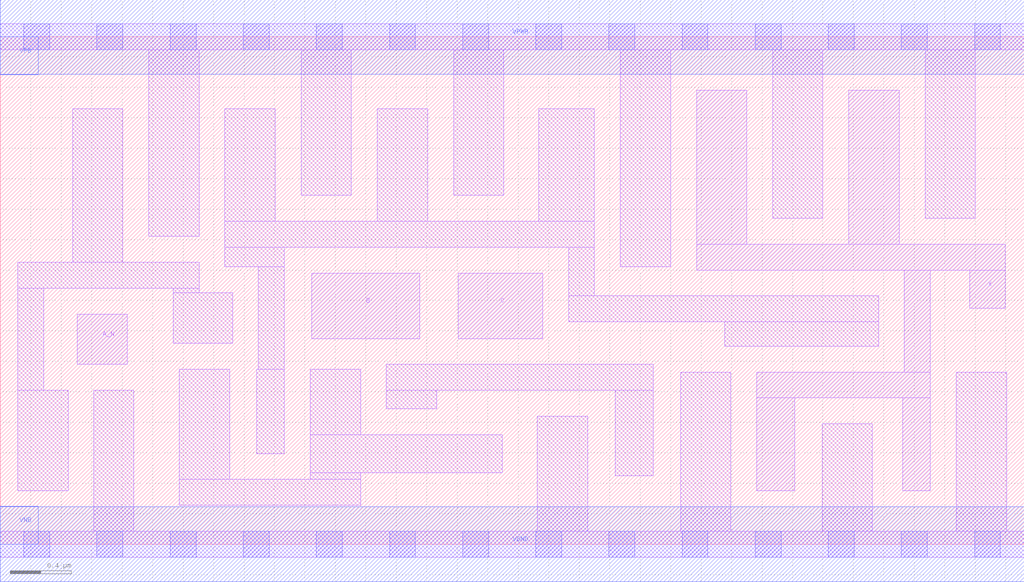
<source format=lef>
# Copyright 2020 The SkyWater PDK Authors
#
# Licensed under the Apache License, Version 2.0 (the "License");
# you may not use this file except in compliance with the License.
# You may obtain a copy of the License at
#
#     https://www.apache.org/licenses/LICENSE-2.0
#
# Unless required by applicable law or agreed to in writing, software
# distributed under the License is distributed on an "AS IS" BASIS,
# WITHOUT WARRANTIES OR CONDITIONS OF ANY KIND, either express or implied.
# See the License for the specific language governing permissions and
# limitations under the License.
#
# SPDX-License-Identifier: Apache-2.0

VERSION 5.5 ;
NAMESCASESENSITIVE ON ;
BUSBITCHARS "[]" ;
DIVIDERCHAR "/" ;
MACRO sky130_fd_sc_ms__and3b_4
  CLASS CORE ;
  SOURCE USER ;
  ORIGIN  0.000000  0.000000 ;
  SIZE  6.720000 BY  3.330000 ;
  SYMMETRY X Y ;
  SITE unit ;
  PIN A_N
    ANTENNAGATEAREA  0.246000 ;
    DIRECTION INPUT ;
    USE SIGNAL ;
    PORT
      LAYER li1 ;
        RECT 0.505000 1.180000 0.835000 1.510000 ;
    END
  END A_N
  PIN B
    ANTENNAGATEAREA  0.492000 ;
    DIRECTION INPUT ;
    USE SIGNAL ;
    PORT
      LAYER li1 ;
        RECT 2.045000 1.350000 2.755000 1.780000 ;
    END
  END B
  PIN C
    ANTENNAGATEAREA  0.492000 ;
    DIRECTION INPUT ;
    USE SIGNAL ;
    PORT
      LAYER li1 ;
        RECT 3.005000 1.350000 3.560000 1.780000 ;
    END
  END C
  PIN X
    ANTENNADIFFAREA  1.138200 ;
    DIRECTION OUTPUT ;
    USE SIGNAL ;
    PORT
      LAYER li1 ;
        RECT 4.570000 1.800000 6.595000 1.970000 ;
        RECT 4.570000 1.970000 4.900000 2.980000 ;
        RECT 4.965000 0.350000 5.215000 0.960000 ;
        RECT 4.965000 0.960000 6.105000 1.130000 ;
        RECT 5.570000 1.970000 5.900000 2.980000 ;
        RECT 5.925000 0.350000 6.105000 0.960000 ;
        RECT 5.935000 1.130000 6.105000 1.800000 ;
        RECT 6.365000 1.550000 6.595000 1.800000 ;
    END
  END X
  PIN VGND
    DIRECTION INOUT ;
    USE GROUND ;
    PORT
      LAYER met1 ;
        RECT 0.000000 -0.245000 6.720000 0.245000 ;
    END
  END VGND
  PIN VNB
    DIRECTION INOUT ;
    USE GROUND ;
    PORT
      LAYER met1 ;
        RECT 0.000000 0.000000 0.250000 0.250000 ;
    END
  END VNB
  PIN VPB
    DIRECTION INOUT ;
    USE POWER ;
    PORT
      LAYER met1 ;
        RECT 0.000000 3.080000 0.250000 3.330000 ;
    END
  END VPB
  PIN VPWR
    DIRECTION INOUT ;
    USE POWER ;
    PORT
      LAYER met1 ;
        RECT 0.000000 3.085000 6.720000 3.575000 ;
    END
  END VPWR
  OBS
    LAYER li1 ;
      RECT 0.000000 -0.085000 6.720000 0.085000 ;
      RECT 0.000000  3.245000 6.720000 3.415000 ;
      RECT 0.115000  0.350000 0.445000 1.010000 ;
      RECT 0.115000  1.010000 0.285000 1.680000 ;
      RECT 0.115000  1.680000 1.305000 1.850000 ;
      RECT 0.475000  1.850000 0.805000 2.860000 ;
      RECT 0.615000  0.085000 0.875000 1.010000 ;
      RECT 0.975000  2.020000 1.305000 3.245000 ;
      RECT 1.135000  1.320000 1.525000 1.650000 ;
      RECT 1.135000  1.650000 1.305000 1.680000 ;
      RECT 1.175000  0.255000 2.365000 0.425000 ;
      RECT 1.175000  0.425000 1.505000 1.150000 ;
      RECT 1.475000  1.820000 1.865000 1.950000 ;
      RECT 1.475000  1.950000 3.900000 2.120000 ;
      RECT 1.475000  2.120000 1.805000 2.860000 ;
      RECT 1.685000  0.595000 1.865000 1.150000 ;
      RECT 1.695000  1.150000 1.865000 1.820000 ;
      RECT 1.975000  2.290000 2.305000 3.245000 ;
      RECT 2.035000  0.425000 2.365000 0.470000 ;
      RECT 2.035000  0.470000 3.295000 0.720000 ;
      RECT 2.035000  0.720000 2.365000 1.150000 ;
      RECT 2.475000  2.120000 2.805000 2.860000 ;
      RECT 2.535000  0.890000 2.865000 1.010000 ;
      RECT 2.535000  1.010000 4.285000 1.180000 ;
      RECT 2.975000  2.290000 3.305000 3.245000 ;
      RECT 3.525000  0.085000 3.855000 0.840000 ;
      RECT 3.535000  2.120000 3.900000 2.860000 ;
      RECT 3.730000  1.460000 5.765000 1.630000 ;
      RECT 3.730000  1.630000 3.900000 1.950000 ;
      RECT 4.035000  0.450000 4.285000 1.010000 ;
      RECT 4.070000  1.820000 4.400000 3.245000 ;
      RECT 4.465000  0.085000 4.795000 1.130000 ;
      RECT 4.755000  1.300000 5.765000 1.460000 ;
      RECT 5.070000  2.140000 5.400000 3.245000 ;
      RECT 5.395000  0.085000 5.725000 0.790000 ;
      RECT 6.070000  2.140000 6.400000 3.245000 ;
      RECT 6.275000  0.085000 6.605000 1.130000 ;
    LAYER mcon ;
      RECT 0.155000 -0.085000 0.325000 0.085000 ;
      RECT 0.155000  3.245000 0.325000 3.415000 ;
      RECT 0.635000 -0.085000 0.805000 0.085000 ;
      RECT 0.635000  3.245000 0.805000 3.415000 ;
      RECT 1.115000 -0.085000 1.285000 0.085000 ;
      RECT 1.115000  3.245000 1.285000 3.415000 ;
      RECT 1.595000 -0.085000 1.765000 0.085000 ;
      RECT 1.595000  3.245000 1.765000 3.415000 ;
      RECT 2.075000 -0.085000 2.245000 0.085000 ;
      RECT 2.075000  3.245000 2.245000 3.415000 ;
      RECT 2.555000 -0.085000 2.725000 0.085000 ;
      RECT 2.555000  3.245000 2.725000 3.415000 ;
      RECT 3.035000 -0.085000 3.205000 0.085000 ;
      RECT 3.035000  3.245000 3.205000 3.415000 ;
      RECT 3.515000 -0.085000 3.685000 0.085000 ;
      RECT 3.515000  3.245000 3.685000 3.415000 ;
      RECT 3.995000 -0.085000 4.165000 0.085000 ;
      RECT 3.995000  3.245000 4.165000 3.415000 ;
      RECT 4.475000 -0.085000 4.645000 0.085000 ;
      RECT 4.475000  3.245000 4.645000 3.415000 ;
      RECT 4.955000 -0.085000 5.125000 0.085000 ;
      RECT 4.955000  3.245000 5.125000 3.415000 ;
      RECT 5.435000 -0.085000 5.605000 0.085000 ;
      RECT 5.435000  3.245000 5.605000 3.415000 ;
      RECT 5.915000 -0.085000 6.085000 0.085000 ;
      RECT 5.915000  3.245000 6.085000 3.415000 ;
      RECT 6.395000 -0.085000 6.565000 0.085000 ;
      RECT 6.395000  3.245000 6.565000 3.415000 ;
  END
END sky130_fd_sc_ms__and3b_4
END LIBRARY

</source>
